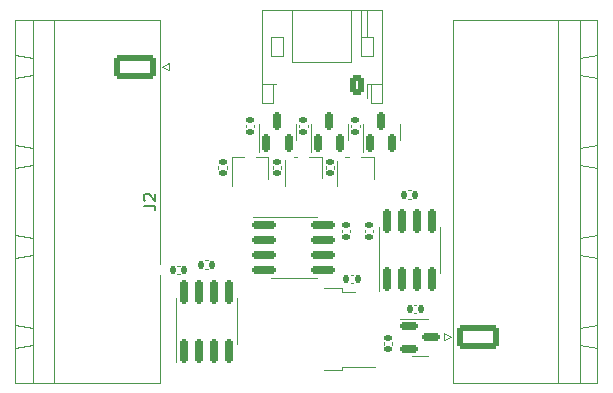
<source format=gbr>
%TF.GenerationSoftware,KiCad,Pcbnew,(6.0.4)*%
%TF.CreationDate,2022-07-19T00:56:17+02:00*%
%TF.ProjectId,Controller_Window,436f6e74-726f-46c6-9c65-725f57696e64,rev?*%
%TF.SameCoordinates,Original*%
%TF.FileFunction,Legend,Top*%
%TF.FilePolarity,Positive*%
%FSLAX46Y46*%
G04 Gerber Fmt 4.6, Leading zero omitted, Abs format (unit mm)*
G04 Created by KiCad (PCBNEW (6.0.4)) date 2022-07-19 00:56:17*
%MOMM*%
%LPD*%
G01*
G04 APERTURE LIST*
G04 Aperture macros list*
%AMRoundRect*
0 Rectangle with rounded corners*
0 $1 Rounding radius*
0 $2 $3 $4 $5 $6 $7 $8 $9 X,Y pos of 4 corners*
0 Add a 4 corners polygon primitive as box body*
4,1,4,$2,$3,$4,$5,$6,$7,$8,$9,$2,$3,0*
0 Add four circle primitives for the rounded corners*
1,1,$1+$1,$2,$3*
1,1,$1+$1,$4,$5*
1,1,$1+$1,$6,$7*
1,1,$1+$1,$8,$9*
0 Add four rect primitives between the rounded corners*
20,1,$1+$1,$2,$3,$4,$5,0*
20,1,$1+$1,$4,$5,$6,$7,0*
20,1,$1+$1,$6,$7,$8,$9,0*
20,1,$1+$1,$8,$9,$2,$3,0*%
G04 Aperture macros list end*
%ADD10C,0.150000*%
%ADD11C,0.120000*%
%ADD12RoundRect,0.140000X-0.170000X0.140000X-0.170000X-0.140000X0.170000X-0.140000X0.170000X0.140000X0*%
%ADD13RoundRect,0.140000X-0.140000X-0.170000X0.140000X-0.170000X0.140000X0.170000X-0.140000X0.170000X0*%
%ADD14RoundRect,0.140000X0.140000X0.170000X-0.140000X0.170000X-0.140000X-0.170000X0.140000X-0.170000X0*%
%ADD15R,0.650000X1.220000*%
%ADD16RoundRect,0.250000X0.350000X0.625000X-0.350000X0.625000X-0.350000X-0.625000X0.350000X-0.625000X0*%
%ADD17O,1.200000X1.750000*%
%ADD18RoundRect,0.150000X-0.587500X-0.150000X0.587500X-0.150000X0.587500X0.150000X-0.587500X0.150000X0*%
%ADD19RoundRect,0.150000X-0.825000X-0.150000X0.825000X-0.150000X0.825000X0.150000X-0.825000X0.150000X0*%
%ADD20R,2.200000X1.200000*%
%ADD21R,6.400000X5.800000*%
%ADD22RoundRect,0.150000X0.150000X-0.825000X0.150000X0.825000X-0.150000X0.825000X-0.150000X-0.825000X0*%
%ADD23RoundRect,0.150000X0.150000X-0.587500X0.150000X0.587500X-0.150000X0.587500X-0.150000X-0.587500X0*%
%ADD24RoundRect,0.140000X0.170000X-0.140000X0.170000X0.140000X-0.170000X0.140000X-0.170000X-0.140000X0*%
%ADD25RoundRect,0.250001X1.549999X-0.799999X1.549999X0.799999X-1.549999X0.799999X-1.549999X-0.799999X0*%
%ADD26O,3.600000X2.100000*%
%ADD27RoundRect,0.250001X-1.549999X0.799999X-1.549999X-0.799999X1.549999X-0.799999X1.549999X0.799999X0*%
%ADD28C,0.800000*%
G04 APERTURE END LIST*
D10*
%TO.C,J2*%
X130804880Y-99633333D02*
X131519166Y-99633333D01*
X131662023Y-99680952D01*
X131757261Y-99776190D01*
X131804880Y-99919047D01*
X131804880Y-100014285D01*
X130900119Y-99204761D02*
X130852500Y-99157142D01*
X130804880Y-99061904D01*
X130804880Y-98823809D01*
X130852500Y-98728571D01*
X130900119Y-98680952D01*
X130995357Y-98633333D01*
X131090595Y-98633333D01*
X131233452Y-98680952D01*
X131804880Y-99252380D01*
X131804880Y-98633333D01*
D11*
%TO.C,R8*%
X141740000Y-96292164D02*
X141740000Y-96507836D01*
X142460000Y-96292164D02*
X142460000Y-96507836D01*
%TO.C,R2*%
X153692164Y-108040000D02*
X153907836Y-108040000D01*
X153692164Y-108760000D02*
X153907836Y-108760000D01*
%TO.C,C5*%
X133857836Y-105460000D02*
X133642164Y-105460000D01*
X133857836Y-104740000D02*
X133642164Y-104740000D01*
%TO.C,R9*%
X143965000Y-92792164D02*
X143965000Y-93007836D01*
X144685000Y-92792164D02*
X144685000Y-93007836D01*
%TO.C,Q2*%
X147225000Y-95550000D02*
X148225000Y-95550000D01*
X150275000Y-95550000D02*
X150275000Y-97400000D01*
X149225000Y-95550000D02*
X150275000Y-95550000D01*
X147215000Y-95570000D02*
X147215000Y-98000000D01*
%TO.C,C4*%
X148310000Y-101692164D02*
X148310000Y-101907836D01*
X147590000Y-101692164D02*
X147590000Y-101907836D01*
%TO.C,C3*%
X148557836Y-105490000D02*
X148342164Y-105490000D01*
X148557836Y-106210000D02*
X148342164Y-106210000D01*
%TO.C,J3*%
X141760000Y-89310000D02*
X142040000Y-89310000D01*
X149760000Y-89310000D02*
X150040000Y-89310000D01*
X149760000Y-89310000D02*
X149760000Y-90525000D01*
X141600000Y-86950000D02*
X141600000Y-85350000D01*
X149200000Y-85350000D02*
X149200000Y-86950000D01*
X141760000Y-90910000D02*
X141760000Y-89310000D01*
X149700000Y-85350000D02*
X149700000Y-83090000D01*
X148400000Y-83090000D02*
X148400000Y-87450000D01*
X149200000Y-86950000D02*
X150200000Y-86950000D01*
X150200000Y-86950000D02*
X150200000Y-85350000D01*
X150960000Y-89310000D02*
X150040000Y-89310000D01*
X148400000Y-87450000D02*
X143400000Y-87450000D01*
X143400000Y-87450000D02*
X143400000Y-83090000D01*
X149200000Y-85350000D02*
X149200000Y-83090000D01*
X140840000Y-83090000D02*
X140840000Y-90910000D01*
X150040000Y-90910000D02*
X150960000Y-90910000D01*
X150040000Y-89310000D02*
X150040000Y-90910000D01*
X150960000Y-90910000D02*
X150960000Y-83090000D01*
X150200000Y-85350000D02*
X149200000Y-85350000D01*
X140840000Y-89310000D02*
X141760000Y-89310000D01*
X141600000Y-85350000D02*
X142600000Y-85350000D01*
X140840000Y-90910000D02*
X141760000Y-90910000D01*
X142600000Y-85350000D02*
X142600000Y-86950000D01*
X142600000Y-86950000D02*
X141600000Y-86950000D01*
X150960000Y-83090000D02*
X140840000Y-83090000D01*
%TO.C,Q1*%
X154200000Y-109240000D02*
X152525000Y-109240000D01*
X154200000Y-109240000D02*
X154850000Y-109240000D01*
X154200000Y-112360000D02*
X153550000Y-112360000D01*
X154200000Y-112360000D02*
X154850000Y-112360000D01*
%TO.C,R3*%
X146240000Y-96292164D02*
X146240000Y-96507836D01*
X146960000Y-96292164D02*
X146960000Y-96507836D01*
%TO.C,Q3*%
X138315000Y-95570000D02*
X138315000Y-98000000D01*
X138325000Y-95550000D02*
X139325000Y-95550000D01*
X140325000Y-95550000D02*
X141375000Y-95550000D01*
X141375000Y-95550000D02*
X141375000Y-97400000D01*
%TO.C,U3*%
X143500000Y-100640000D02*
X140050000Y-100640000D01*
X143500000Y-105760000D02*
X145450000Y-105760000D01*
X143500000Y-105760000D02*
X141550000Y-105760000D01*
X143500000Y-100640000D02*
X145450000Y-100640000D01*
%TO.C,U1*%
X147570000Y-106650000D02*
X147570000Y-106920000D01*
X147570000Y-106920000D02*
X148670000Y-106920000D01*
X147570000Y-113280000D02*
X150400000Y-113280000D01*
X147570000Y-113550000D02*
X147570000Y-113280000D01*
X146070000Y-113550000D02*
X147570000Y-113550000D01*
X146070000Y-106650000D02*
X147570000Y-106650000D01*
%TO.C,C2*%
X150260000Y-101692164D02*
X150260000Y-101907836D01*
X149540000Y-101692164D02*
X149540000Y-101907836D01*
%TO.C,U4*%
X133565000Y-109440000D02*
X133565000Y-107490000D01*
X138685000Y-109440000D02*
X138685000Y-107490000D01*
X138685000Y-109440000D02*
X138685000Y-111390000D01*
X133565000Y-109440000D02*
X133565000Y-112890000D01*
%TO.C,Q7*%
X148085000Y-93400000D02*
X148085000Y-92750000D01*
X148085000Y-93400000D02*
X148085000Y-94050000D01*
X144965000Y-93400000D02*
X144965000Y-95075000D01*
X144965000Y-93400000D02*
X144965000Y-92750000D01*
%TO.C,C1*%
X151140000Y-111407836D02*
X151140000Y-111192164D01*
X151860000Y-111407836D02*
X151860000Y-111192164D01*
%TO.C,R5*%
X149085000Y-92792164D02*
X149085000Y-93007836D01*
X148365000Y-92792164D02*
X148365000Y-93007836D01*
%TO.C,Q6*%
X142825000Y-95550000D02*
X143825000Y-95550000D01*
X145875000Y-95550000D02*
X145875000Y-97400000D01*
X144825000Y-95550000D02*
X145875000Y-95550000D01*
X142815000Y-95570000D02*
X142815000Y-98000000D01*
%TO.C,R1*%
X153192164Y-98340000D02*
X153407836Y-98340000D01*
X153192164Y-99060000D02*
X153407836Y-99060000D01*
%TO.C,J1*%
X167732500Y-83950000D02*
X167732500Y-114650000D01*
X169232500Y-88870000D02*
X169232500Y-86870000D01*
X167732500Y-102360000D02*
X167732500Y-103860000D01*
X167732500Y-88620000D02*
X169232500Y-88870000D01*
X167732500Y-87120000D02*
X167732500Y-88620000D01*
X167732500Y-114650000D02*
X165932500Y-114650000D01*
X169232500Y-102110000D02*
X167732500Y-102360000D01*
X167732500Y-111480000D02*
X169232500Y-111730000D01*
X156212500Y-111030000D02*
X156212500Y-110430000D01*
X167732500Y-103860000D02*
X169232500Y-104110000D01*
X169232500Y-86870000D02*
X167732500Y-87120000D01*
X169232500Y-83950000D02*
X157012500Y-83950000D01*
X156812500Y-110730000D02*
X156212500Y-111030000D01*
X169232500Y-104110000D02*
X169232500Y-102110000D01*
X169232500Y-94490000D02*
X167732500Y-94740000D01*
X157012500Y-114650000D02*
X169232500Y-114650000D01*
X156212500Y-110430000D02*
X156812500Y-110730000D01*
X165932500Y-83950000D02*
X167732500Y-83950000D01*
X169232500Y-109730000D02*
X167732500Y-109980000D01*
X167732500Y-109980000D02*
X167732500Y-111480000D01*
X169232500Y-96490000D02*
X169232500Y-94490000D01*
X165932500Y-114650000D02*
X165932500Y-83950000D01*
X157012500Y-83950000D02*
X157012500Y-114650000D01*
X167732500Y-96240000D02*
X169232500Y-96490000D01*
X169232500Y-111730000D02*
X169232500Y-109730000D01*
X167732500Y-94740000D02*
X167732500Y-96240000D01*
X169232500Y-114650000D02*
X169232500Y-83950000D01*
%TO.C,R4*%
X137860000Y-96292164D02*
X137860000Y-96507836D01*
X137140000Y-96292164D02*
X137140000Y-96507836D01*
%TO.C,Q5*%
X140565000Y-93400000D02*
X140565000Y-92750000D01*
X143685000Y-93400000D02*
X143685000Y-94050000D01*
X140565000Y-93400000D02*
X140565000Y-95075000D01*
X143685000Y-93400000D02*
X143685000Y-92750000D01*
%TO.C,J2*%
X121442500Y-94740000D02*
X119942500Y-94490000D01*
X121442500Y-109980000D02*
X119942500Y-109730000D01*
X123242500Y-83950000D02*
X123242500Y-114650000D01*
X119942500Y-109730000D02*
X119942500Y-111730000D01*
X132962500Y-88170000D02*
X132362500Y-87870000D01*
X121442500Y-83950000D02*
X123242500Y-83950000D01*
X119942500Y-88870000D02*
X121442500Y-88620000D01*
X119942500Y-114650000D02*
X132162500Y-114650000D01*
X119942500Y-104110000D02*
X121442500Y-103860000D01*
X119942500Y-102110000D02*
X119942500Y-104110000D01*
X132162500Y-83950000D02*
X119942500Y-83950000D01*
X132162500Y-114650000D02*
X132162500Y-83950000D01*
X121442500Y-114650000D02*
X121442500Y-83950000D01*
X119942500Y-86870000D02*
X119942500Y-88870000D01*
X121442500Y-102360000D02*
X119942500Y-102110000D01*
X123242500Y-114650000D02*
X121442500Y-114650000D01*
X132362500Y-87870000D02*
X132962500Y-87570000D01*
X121442500Y-111480000D02*
X121442500Y-109980000D01*
X119942500Y-83950000D02*
X119942500Y-114650000D01*
X119942500Y-111730000D02*
X121442500Y-111480000D01*
X121442500Y-103860000D02*
X121442500Y-102360000D01*
X121442500Y-96240000D02*
X121442500Y-94740000D01*
X119942500Y-94490000D02*
X119942500Y-96490000D01*
X119942500Y-96490000D02*
X121442500Y-96240000D01*
X121442500Y-88620000D02*
X121442500Y-87120000D01*
X121442500Y-87120000D02*
X119942500Y-86870000D01*
X132962500Y-87570000D02*
X132962500Y-88170000D01*
%TO.C,R6*%
X140185000Y-92792164D02*
X140185000Y-93007836D01*
X139465000Y-92792164D02*
X139465000Y-93007836D01*
%TO.C,Q4*%
X149365000Y-93400000D02*
X149365000Y-95075000D01*
X152485000Y-93400000D02*
X152485000Y-94050000D01*
X149365000Y-93400000D02*
X149365000Y-92750000D01*
X152485000Y-93400000D02*
X152485000Y-92750000D01*
%TO.C,R7*%
X136017164Y-104999999D02*
X136232836Y-104999999D01*
X136017164Y-104279999D02*
X136232836Y-104279999D01*
%TO.C,U2*%
X155860000Y-103400000D02*
X155860000Y-105350000D01*
X150740000Y-103400000D02*
X150740000Y-101450000D01*
X150740000Y-103400000D02*
X150740000Y-106850000D01*
X155860000Y-103400000D02*
X155860000Y-101450000D01*
%TD*%
%LPC*%
D12*
%TO.C,R8*%
X142100000Y-95920000D03*
X142100000Y-96880000D03*
%TD*%
D13*
%TO.C,R2*%
X153320000Y-108400000D03*
X154280000Y-108400000D03*
%TD*%
D14*
%TO.C,C5*%
X134230000Y-105100000D03*
X133270000Y-105100000D03*
%TD*%
D12*
%TO.C,R9*%
X144325000Y-92420000D03*
X144325000Y-93380000D03*
%TD*%
D15*
%TO.C,Q2*%
X147775000Y-97810000D03*
X149675000Y-97810000D03*
X148725000Y-95190000D03*
%TD*%
D12*
%TO.C,C4*%
X147950000Y-101320000D03*
X147950000Y-102280000D03*
%TD*%
D14*
%TO.C,C3*%
X148930000Y-105850000D03*
X147970000Y-105850000D03*
%TD*%
D16*
%TO.C,J3*%
X148900000Y-89450000D03*
D17*
X146900000Y-89450000D03*
X144900000Y-89450000D03*
X142900000Y-89450000D03*
%TD*%
D18*
%TO.C,Q1*%
X153262500Y-109850000D03*
X153262500Y-111750000D03*
X155137500Y-110800000D03*
%TD*%
D12*
%TO.C,R3*%
X146600000Y-95920000D03*
X146600000Y-96880000D03*
%TD*%
D15*
%TO.C,Q3*%
X138875000Y-97810000D03*
X140775000Y-97810000D03*
X139825000Y-95190000D03*
%TD*%
D19*
%TO.C,U3*%
X141025000Y-101295000D03*
X141025000Y-102565000D03*
X141025000Y-103835000D03*
X141025000Y-105105000D03*
X145975000Y-105105000D03*
X145975000Y-103835000D03*
X145975000Y-102565000D03*
X145975000Y-101295000D03*
%TD*%
D20*
%TO.C,U1*%
X149300000Y-112380000D03*
D21*
X143000000Y-110100000D03*
D20*
X149300000Y-107820000D03*
%TD*%
D12*
%TO.C,C2*%
X149900000Y-101320000D03*
X149900000Y-102280000D03*
%TD*%
D22*
%TO.C,U4*%
X134220000Y-111915000D03*
X135490000Y-111915000D03*
X136760000Y-111915000D03*
X138030000Y-111915000D03*
X138030000Y-106965000D03*
X136760000Y-106965000D03*
X135490000Y-106965000D03*
X134220000Y-106965000D03*
%TD*%
D23*
%TO.C,Q7*%
X145575000Y-94337500D03*
X147475000Y-94337500D03*
X146525000Y-92462500D03*
%TD*%
D24*
%TO.C,C1*%
X151500000Y-111780000D03*
X151500000Y-110820000D03*
%TD*%
D12*
%TO.C,R5*%
X148725000Y-92420000D03*
X148725000Y-93380000D03*
%TD*%
D15*
%TO.C,Q6*%
X143375000Y-97810000D03*
X145275000Y-97810000D03*
X144325000Y-95190000D03*
%TD*%
D13*
%TO.C,R1*%
X152820000Y-98700000D03*
X153780000Y-98700000D03*
%TD*%
D25*
%TO.C,J1*%
X159122500Y-110730000D03*
D26*
X159122500Y-103110000D03*
X159122500Y-95490000D03*
X159122500Y-87870000D03*
%TD*%
D12*
%TO.C,R4*%
X137500000Y-95920000D03*
X137500000Y-96880000D03*
%TD*%
D23*
%TO.C,Q5*%
X141175000Y-94337500D03*
X143075000Y-94337500D03*
X142125000Y-92462500D03*
%TD*%
D27*
%TO.C,J2*%
X130052500Y-87870000D03*
D26*
X130052500Y-95490000D03*
X130052500Y-103110000D03*
X130052500Y-110730000D03*
%TD*%
D12*
%TO.C,R6*%
X139825000Y-92420000D03*
X139825000Y-93380000D03*
%TD*%
D23*
%TO.C,Q4*%
X149975000Y-94337500D03*
X151875000Y-94337500D03*
X150925000Y-92462500D03*
%TD*%
D13*
%TO.C,R7*%
X135645000Y-104639999D03*
X136605000Y-104639999D03*
%TD*%
D22*
%TO.C,U2*%
X151395000Y-105875000D03*
X152665000Y-105875000D03*
X153935000Y-105875000D03*
X155205000Y-105875000D03*
X155205000Y-100925000D03*
X153935000Y-100925000D03*
X152665000Y-100925000D03*
X151395000Y-100925000D03*
%TD*%
D28*
X148700000Y-91700000D03*
X151500000Y-112800000D03*
X144300000Y-91700000D03*
X139800000Y-91700000D03*
X151500000Y-109900000D03*
X150475000Y-97800000D03*
X141300000Y-111600000D03*
X149900000Y-103000000D03*
X144200000Y-109000000D03*
X138000000Y-105300000D03*
X156100000Y-100900000D03*
X147850500Y-103050000D03*
X151875000Y-95550000D03*
X147475000Y-95550000D03*
X143075000Y-95550000D03*
X153300000Y-107200000D03*
X155000000Y-108400000D03*
X144200000Y-111600000D03*
X132300000Y-105100000D03*
X146025000Y-97800000D03*
X141525000Y-97800000D03*
X139400000Y-105075989D03*
X141300000Y-109000000D03*
M02*

</source>
